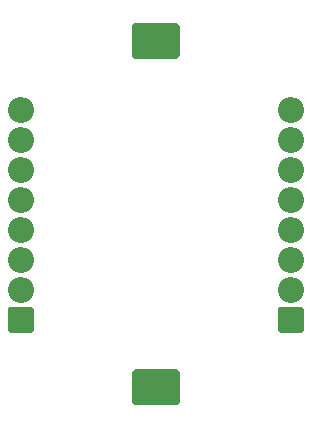
<source format=gts>
%TF.GenerationSoftware,KiCad,Pcbnew,(5.1.7)-1*%
%TF.CreationDate,2021-01-11T00:33:51-05:00*%
%TF.ProjectId,d1_mini_clock,64315f6d-696e-4695-9f63-6c6f636b2e6b,rev?*%
%TF.SameCoordinates,Original*%
%TF.FileFunction,Soldermask,Top*%
%TF.FilePolarity,Negative*%
%FSLAX46Y46*%
G04 Gerber Fmt 4.6, Leading zero omitted, Abs format (unit mm)*
G04 Created by KiCad (PCBNEW (5.1.7)-1) date 2021-01-11 00:33:51*
%MOMM*%
%LPD*%
G01*
G04 APERTURE LIST*
%ADD10O,2.200000X2.200000*%
G04 APERTURE END LIST*
%TO.C,P1*%
G36*
G01*
X128590000Y-103050000D02*
X128590000Y-104850000D01*
G75*
G02*
X128390000Y-105050000I-200000J0D01*
G01*
X126590000Y-105050000D01*
G75*
G02*
X126390000Y-104850000I0J200000D01*
G01*
X126390000Y-103050000D01*
G75*
G02*
X126590000Y-102850000I200000J0D01*
G01*
X128390000Y-102850000D01*
G75*
G02*
X128590000Y-103050000I0J-200000D01*
G01*
G37*
D10*
X127490000Y-101410000D03*
X127490000Y-98870000D03*
X127490000Y-96330000D03*
X127490000Y-93790000D03*
X127490000Y-91250000D03*
X127490000Y-88710000D03*
X127490000Y-86170000D03*
%TD*%
%TO.C,P2*%
G36*
G01*
X151450000Y-103050000D02*
X151450000Y-104850000D01*
G75*
G02*
X151250000Y-105050000I-200000J0D01*
G01*
X149450000Y-105050000D01*
G75*
G02*
X149250000Y-104850000I0J200000D01*
G01*
X149250000Y-103050000D01*
G75*
G02*
X149450000Y-102850000I200000J0D01*
G01*
X151250000Y-102850000D01*
G75*
G02*
X151450000Y-103050000I0J-200000D01*
G01*
G37*
X150350000Y-101410000D03*
X150350000Y-98870000D03*
X150350000Y-96330000D03*
X150350000Y-93790000D03*
X150350000Y-91250000D03*
X150350000Y-88710000D03*
X150350000Y-86170000D03*
%TD*%
%TO.C,BT1*%
G36*
G01*
X137138000Y-78846000D02*
X140738000Y-78846000D01*
G75*
G02*
X140938000Y-79046000I0J-200000D01*
G01*
X140938000Y-81646000D01*
G75*
G02*
X140738000Y-81846000I-200000J0D01*
G01*
X137138000Y-81846000D01*
G75*
G02*
X136938000Y-81646000I0J200000D01*
G01*
X136938000Y-79046000D01*
G75*
G02*
X137138000Y-78846000I200000J0D01*
G01*
G37*
G36*
G01*
X137138000Y-108146000D02*
X140738000Y-108146000D01*
G75*
G02*
X140938000Y-108346000I0J-200000D01*
G01*
X140938000Y-110946000D01*
G75*
G02*
X140738000Y-111146000I-200000J0D01*
G01*
X137138000Y-111146000D01*
G75*
G02*
X136938000Y-110946000I0J200000D01*
G01*
X136938000Y-108346000D01*
G75*
G02*
X137138000Y-108146000I200000J0D01*
G01*
G37*
%TD*%
M02*

</source>
